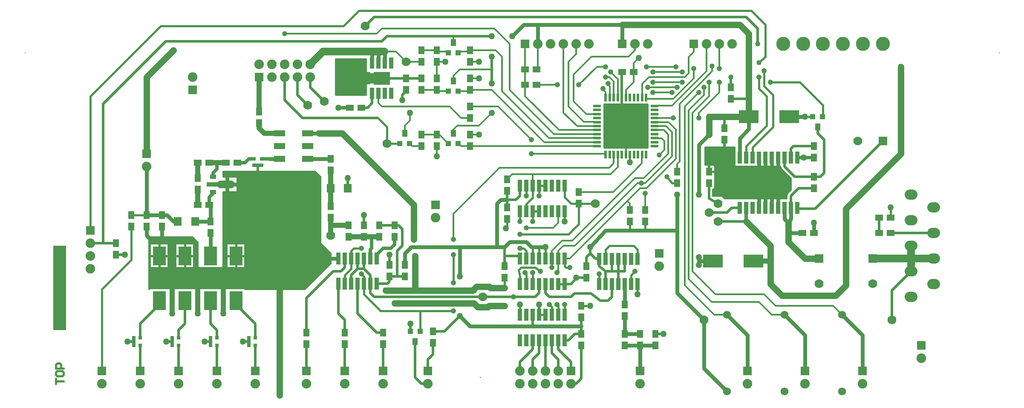
<source format=gtl>
%FSLAX24Y24*%
%MOIN*%
G70*
G01*
G75*
%ADD10C,0.0130*%
%ADD11R,0.0620X0.0200*%
%ADD12R,0.0200X0.0620*%
%ADD13R,0.1575X0.0984*%
%ADD14R,0.0500X0.0600*%
%ADD15R,0.0600X0.0700*%
%ADD16R,0.0320X0.0950*%
%ADD17R,0.0400X0.0400*%
%ADD18R,0.0400X0.0550*%
%ADD19R,0.0600X0.0500*%
%ADD20R,0.0320X0.0900*%
%ADD21R,0.1311X0.1047*%
%ADD22R,0.0300X0.0900*%
%ADD23R,0.0300X0.0300*%
%ADD24R,0.1000X0.1500*%
%ADD25R,0.0900X0.0300*%
%ADD26R,0.0900X0.0500*%
%ADD27R,0.1000X0.0340*%
%ADD28R,0.0500X0.0340*%
%ADD29C,0.0500*%
%ADD30C,0.0200*%
%ADD31C,0.0250*%
%ADD32C,0.0400*%
%ADD33C,0.0120*%
%ADD34C,0.0300*%
%ADD35C,0.0150*%
%ADD36C,0.0600*%
%ADD37C,0.0800*%
%ADD38C,0.0300*%
%ADD39R,0.1000X0.6600*%
%ADD40C,0.0620*%
%ADD41R,0.0700X0.0700*%
%ADD42C,0.0750*%
%ADD43C,0.0700*%
%ADD44O,0.1000X0.0800*%
%ADD45C,0.0100*%
%ADD46C,0.1100*%
%ADD47C,0.0500*%
%ADD48C,0.0400*%
%ADD49C,0.0420*%
%ADD50C,0.0600*%
%ADD51C,0.0800*%
D10*
X20985Y19000D02*
X21009Y18879D01*
X21077Y18777D01*
X20985Y19000D02*
X21009Y18879D01*
X21077Y18777D01*
X21577Y16923D02*
X21509Y16821D01*
X21485Y16700D01*
X21577Y16923D02*
X21509Y16821D01*
X21485Y16700D01*
X15715Y16766D02*
X15781Y16700D01*
X15715D02*
X16400D01*
X15715Y16865D02*
X15880Y16700D01*
X15715D02*
Y17000D01*
Y17185D01*
Y16964D02*
X15979Y16700D01*
X15715Y17063D02*
X16078Y16700D01*
X15715Y17162D02*
X16177Y16700D01*
X15791Y17185D02*
X16276Y16700D01*
X15865Y17210D02*
X16375Y16700D01*
X15715Y17051D02*
X15849Y17185D01*
X15715D02*
X15865D01*
X15750D02*
X15865Y17300D01*
X15750Y17185D02*
X15865Y17300D01*
Y17309D02*
X16674Y16500D01*
X15865Y17408D02*
X16773Y16500D01*
X15865Y17507D02*
X16872Y16500D01*
X15865Y17606D02*
X16971Y16500D01*
X15865Y17705D02*
X17070Y16500D01*
X15865Y17804D02*
X17169Y16500D01*
X15865Y17903D02*
X17268Y16500D01*
X15865Y18002D02*
X17367Y16500D01*
X15865Y18101D02*
X17466Y16500D01*
X15865Y18200D02*
X17565Y16500D01*
X15865Y18299D02*
X17664Y16500D01*
X15865Y17185D02*
Y18085D01*
Y17300D02*
X17565Y19000D01*
X15865Y17300D02*
X17565Y19000D01*
X15865Y17201D02*
X17664Y19000D01*
X15865Y18398D02*
X17763Y16500D01*
X15865Y18497D02*
X17862Y16500D01*
X15760Y16700D02*
X18060Y19000D01*
X15715Y16952D02*
X17763Y19000D01*
X15715Y16853D02*
X17862Y19000D01*
X15715Y16754D02*
X17961Y19000D01*
X15859Y16700D02*
X18159Y19000D01*
X15865Y18596D02*
X17961Y16500D01*
X15865Y18695D02*
X18060Y16500D01*
X15865Y18794D02*
X18159Y16500D01*
X15865Y18893D02*
X18258Y16500D01*
X15958Y16700D02*
X18258Y19000D01*
X15865Y18992D02*
X18357Y16500D01*
X16057Y16700D02*
X18357Y19000D01*
X15100Y19955D02*
X18555Y16500D01*
X15100Y20054D02*
X18654Y16500D01*
X15100Y20153D02*
X18753Y16500D01*
X15100Y20252D02*
X18852Y16500D01*
X15100Y20351D02*
X18951Y16500D01*
X15100Y20450D02*
X19050Y16500D01*
X15149Y20500D02*
X19149Y16500D01*
X15248Y20500D02*
X19248Y16500D01*
X15347Y20500D02*
X19347Y16500D01*
X15446Y20500D02*
X19446Y16500D01*
X15545Y20500D02*
X19545Y16500D01*
X15865Y19091D02*
X18456Y16500D01*
X15644Y20500D02*
X19644Y16500D01*
X15743Y20500D02*
X19743Y16500D01*
X15842Y20500D02*
X19842Y16500D01*
X15100Y19163D02*
X15148Y19115D01*
X15100D02*
X15865D01*
X15100Y19262D02*
X15247Y19115D01*
X15100Y19361D02*
X15346Y19115D01*
X15100Y19460D02*
X15445Y19115D01*
X15100Y19559D02*
X15544Y19115D01*
X15100Y19658D02*
X15643Y19115D01*
X15865Y18085D02*
Y18215D01*
X15865Y18085D02*
Y19115D01*
X15100Y19757D02*
X15742Y19115D01*
X15865Y18992D01*
X15100Y19856D02*
X15841Y19115D01*
X15100D02*
Y20500D01*
Y20000D02*
X15600Y20500D01*
X15100Y19901D02*
X15699Y20500D01*
X15100Y20395D02*
X15205Y20500D01*
X15100Y20296D02*
X15303Y20500D01*
X15100Y20198D02*
X15402Y20500D01*
X15100Y20099D02*
X15501Y20500D01*
X15100Y19406D02*
X16194Y20500D01*
X15100Y19307D02*
X16293Y20500D01*
X15100Y19208D02*
X16392Y20500D01*
X15106Y19115D02*
X16491Y20500D01*
X15100Y19802D02*
X15798Y20500D01*
X15100Y19703D02*
X15897Y20500D01*
X15100Y19604D02*
X15996Y20500D01*
X15100Y19505D02*
X16095Y20500D01*
X15865Y17498D02*
X17400Y19033D01*
X15865Y17399D02*
X17466Y19000D01*
X15865Y17597D02*
X17400Y19132D01*
X15865Y17696D02*
X17400Y19231D01*
X15865Y17795D02*
X17400Y19330D01*
X15865Y17894D02*
X17400Y19429D01*
X15865Y17993D02*
X17400Y19528D01*
X15865Y18092D02*
X17400Y19627D01*
X15865Y18191D02*
X17400Y19726D01*
X15865Y18290D02*
X17400Y19825D01*
X15865Y18389D02*
X17400Y19924D01*
X15865Y18488D02*
X17400Y20023D01*
X15865Y18587D02*
X17400Y20122D01*
X15865Y18686D02*
X17400Y20221D01*
X15205Y19115D02*
X16590Y20500D01*
X15304Y19115D02*
X16689Y20500D01*
X15403Y19115D02*
X16788Y20500D01*
X15502Y19115D02*
X16887Y20500D01*
X15601Y19115D02*
X16986Y20500D01*
X15700Y19115D02*
X17085Y20500D01*
X15100D02*
X17400D01*
X15865Y18785D02*
X17400Y20320D01*
X15865Y18884D02*
X17400Y20419D01*
X15865Y18983D02*
X17382Y20500D01*
X15941D02*
X17400Y19041D01*
X15799Y19115D02*
X17184Y20500D01*
X15865Y19082D02*
X17283Y20500D01*
X16040D02*
X17400Y19140D01*
X16139Y20500D02*
X17400Y19239D01*
X16400Y16700D02*
X16600Y16500D01*
X16649D02*
X19149Y19000D01*
X16748Y16500D02*
X19248Y19000D01*
X16847Y16500D02*
X19347Y19000D01*
X16946Y16500D02*
X19446Y19000D01*
X17045Y16500D02*
X19545Y19000D01*
X17144Y16500D02*
X19644Y19000D01*
X17243Y16500D02*
X19743Y19000D01*
X17342Y16500D02*
X19842Y19000D01*
X17441D02*
X19941Y16500D01*
X17441D02*
X19941Y19000D01*
X17540D02*
X20040Y16500D01*
X17540D02*
X20040Y19000D01*
X17639D02*
X20139Y16500D01*
X17639D02*
X20139Y19000D01*
X17738D02*
X20238Y16500D01*
X17738D02*
X20238Y19000D01*
X17837D02*
X20337Y16500D01*
X17837D02*
X20337Y19000D01*
X17936D02*
X20436Y16500D01*
X17936D02*
X20436Y19000D01*
X18035D02*
X20535Y16500D01*
X18035D02*
X20535Y19000D01*
X18134D02*
X20634Y16500D01*
X18134D02*
X20634Y19000D01*
X18233D02*
X20733Y16500D01*
X18233D02*
X20733Y19000D01*
X18332D02*
X20832Y16500D01*
X18332D02*
X20832Y19000D01*
X19322Y16500D02*
X21338Y18516D01*
X16600Y16500D02*
X21485D01*
X19421D02*
X21388Y18467D01*
X19619Y16500D02*
X21487Y18368D01*
X19520Y16500D02*
X21437Y18417D01*
X19817Y16500D02*
X21586Y18269D01*
X19718Y16500D02*
X21536Y18318D01*
X19916Y16500D02*
X21635Y18219D01*
X20114Y16500D02*
X21734Y18120D01*
X20015Y16500D02*
X21685Y18170D01*
X20312Y16500D02*
X21800Y17988D01*
X20213Y16500D02*
X21784Y18071D01*
X20510Y16500D02*
X21800Y17790D01*
X20411Y16500D02*
X21800Y17889D01*
X18431Y19000D02*
X20931Y16500D01*
X18530D02*
X20988Y18958D01*
X18431Y16500D02*
X20931Y19000D01*
X18629Y16500D02*
X21009Y18880D01*
X18530Y19000D02*
X21030Y16500D01*
X18728D02*
X21044Y18816D01*
X18629Y19000D02*
X21129Y16500D01*
X18926D02*
X21140Y18714D01*
X18827Y16500D02*
X21091Y18764D01*
X18728Y19000D02*
X21228Y16500D01*
X18827Y19000D02*
X21327Y16500D01*
X19124D02*
X21239Y18615D01*
X19025Y16500D02*
X21190Y18665D01*
X19223Y16500D02*
X21289Y18566D01*
X18926Y19000D02*
X21426Y16500D01*
X16476Y16624D02*
X18852Y19000D01*
X16526Y16574D02*
X18951Y19000D01*
X16575Y16525D02*
X19050Y19000D01*
X16156Y16700D02*
X18456Y19000D01*
X16255Y16700D02*
X18555Y19000D01*
X16354Y16700D02*
X18654Y19000D01*
X16427Y16673D02*
X18753Y19000D01*
X21302Y16500D02*
X21485Y16683D01*
X21401Y16500D02*
X21485Y16584D01*
Y16500D02*
Y16700D01*
X20905Y19000D02*
X20999Y18906D01*
X17400Y19000D02*
X20985D01*
X16238Y20500D02*
X17400Y19338D01*
X16337Y20500D02*
X17400Y19437D01*
X16436Y20500D02*
X17400Y19536D01*
X16535Y20500D02*
X17400Y19635D01*
X16634Y20500D02*
X17400Y19734D01*
X16733Y20500D02*
X17400Y19833D01*
X16832Y20500D02*
X17400Y19932D01*
Y19000D02*
Y20500D01*
X16931D02*
X17400Y20031D01*
X19025Y19000D02*
X21485Y16540D01*
X19124Y19000D02*
X21485Y16639D01*
X17030Y20500D02*
X17400Y20130D01*
X17129Y20500D02*
X17400Y20229D01*
X17228Y20500D02*
X17400Y20328D01*
X17327Y20500D02*
X17400Y20427D01*
X20609Y16500D02*
X21800Y17691D01*
X20807Y16500D02*
X21800Y17493D01*
X20708Y16500D02*
X21800Y17592D01*
X19223Y19000D02*
X21487Y16736D01*
X19322Y19000D02*
X21507Y16815D01*
X21005Y16500D02*
X21800Y17295D01*
X20906Y16500D02*
X21800Y17394D01*
X21203Y16500D02*
X21500Y16797D01*
X21104Y16500D02*
X21800Y17196D01*
X21577Y16923D02*
X21800Y17145D01*
X21800Y18055D01*
X21077Y18777D02*
X21800Y18055D01*
X19421Y19000D02*
X21541Y16879D01*
X19520Y19000D02*
X21587Y16933D01*
X19619Y19000D02*
X21637Y16982D01*
X19718Y19000D02*
X21686Y17032D01*
X19817Y19000D02*
X21736Y17081D01*
X19916Y19000D02*
X21785Y17131D01*
X20015Y19000D02*
X21800Y17215D01*
X20114Y19000D02*
X21800Y17314D01*
X20213Y19000D02*
X21800Y17413D01*
X20312Y19000D02*
X21800Y17512D01*
X20410Y19000D02*
X21800Y17610D01*
X20509Y19000D02*
X21800Y17709D01*
X20608Y19000D02*
X21800Y17808D01*
X20707Y19000D02*
X21800Y17907D01*
X20806Y19000D02*
X21800Y18006D01*
D11*
X6656Y20896D02*
D03*
X11144Y21211D02*
D03*
X6656Y21841D02*
D03*
X11144Y23731D02*
D03*
Y22471D02*
D03*
Y21841D02*
D03*
Y22156D02*
D03*
Y20581D02*
D03*
X6656Y23731D02*
D03*
Y23416D02*
D03*
Y22156D02*
D03*
Y22471D02*
D03*
Y23101D02*
D03*
Y22786D02*
D03*
X11144Y21526D02*
D03*
Y20896D02*
D03*
Y23416D02*
D03*
Y23101D02*
D03*
Y22786D02*
D03*
X6656Y21211D02*
D03*
X6656Y20581D02*
D03*
X6656Y21526D02*
D03*
D12*
X9845Y19912D02*
D03*
X9530D02*
D03*
X7325Y24400D02*
D03*
X8270Y19912D02*
D03*
X10475Y24400D02*
D03*
X7640D02*
D03*
X10475Y19912D02*
D03*
X8900Y19912D02*
D03*
X8585Y24400D02*
D03*
X9215Y19912D02*
D03*
X8900Y24400D02*
D03*
X10160Y19912D02*
D03*
X9530Y24400D02*
D03*
X9215D02*
D03*
X8585Y19912D02*
D03*
X9845Y24400D02*
D03*
X7955D02*
D03*
X8270Y24400D02*
D03*
X7325Y19912D02*
D03*
X7955D02*
D03*
X10160Y24400D02*
D03*
X7640Y19912D02*
D03*
D13*
X21675Y22900D02*
D03*
X18525D02*
D03*
X18875Y11600D02*
D03*
X15725D02*
D03*
D14*
X16600Y22000D02*
D03*
Y21100D02*
D03*
X-27400Y15200D02*
D03*
X-28600D02*
D03*
X15400Y17700D02*
D03*
X23600Y17300D02*
D03*
X15400Y18600D02*
D03*
X5400Y5000D02*
D03*
X5200Y17000D02*
D03*
X-8400Y10400D02*
D03*
X-5900Y21500D02*
D03*
X-7100D02*
D03*
Y20600D02*
D03*
X-5900Y28100D02*
D03*
X-7100D02*
D03*
X-5900Y25000D02*
D03*
X-7100D02*
D03*
X-11600Y13500D02*
D03*
X-12800D02*
D03*
X-10400D02*
D03*
X-12800Y14400D02*
D03*
X-14200Y15000D02*
D03*
X-3300Y25900D02*
D03*
Y27200D02*
D03*
X-5900Y25900D02*
D03*
Y27200D02*
D03*
Y20600D02*
D03*
X-11600Y14400D02*
D03*
X11200Y5900D02*
D03*
X-31000Y12100D02*
D03*
X-600Y10300D02*
D03*
X-400Y14900D02*
D03*
X5400Y8100D02*
D03*
X23600Y19700D02*
D03*
X-7100Y25900D02*
D03*
X5400Y5900D02*
D03*
X9200Y14700D02*
D03*
X10400D02*
D03*
X-8400Y11300D02*
D03*
X-31000Y13000D02*
D03*
X-600Y11200D02*
D03*
X-400Y15800D02*
D03*
X5400Y7200D02*
D03*
X-7100Y27200D02*
D03*
X5200Y16100D02*
D03*
X10400Y15600D02*
D03*
X-3300Y23700D02*
D03*
Y28100D02*
D03*
X9200Y15600D02*
D03*
X-3300Y22800D02*
D03*
X12900Y17700D02*
D03*
X-3300Y25000D02*
D03*
X12900Y18600D02*
D03*
X-14200Y15900D02*
D03*
Y18700D02*
D03*
X-13100Y6000D02*
D03*
X-16100Y5100D02*
D03*
Y6000D02*
D03*
X-13100Y5100D02*
D03*
X-10100D02*
D03*
Y6000D02*
D03*
X11200Y5000D02*
D03*
X8800D02*
D03*
X10000D02*
D03*
X8800Y5900D02*
D03*
Y7300D02*
D03*
X10000Y5900D02*
D03*
X8800Y8200D02*
D03*
X-10400Y14400D02*
D03*
X-14200Y19600D02*
D03*
X-28600Y14300D02*
D03*
X-27400D02*
D03*
X-19800Y22400D02*
D03*
Y23300D02*
D03*
X-9600Y10400D02*
D03*
Y11300D02*
D03*
X5800Y11200D02*
D03*
Y10300D02*
D03*
X23600Y20600D02*
D03*
Y18200D02*
D03*
X-23600Y14700D02*
D03*
Y13800D02*
D03*
X-24600Y18100D02*
D03*
Y17200D02*
D03*
X-29800Y15200D02*
D03*
Y14300D02*
D03*
X-6175Y6100D02*
D03*
Y5200D02*
D03*
X-9200Y13500D02*
D03*
X-9200Y14400D02*
D03*
X-3300Y21500D02*
D03*
Y20600D02*
D03*
X-8300Y25000D02*
D03*
Y25900D02*
D03*
X-400Y17100D02*
D03*
Y18000D02*
D03*
X17100Y25200D02*
D03*
Y24300D02*
D03*
D15*
X-26150Y14700D02*
D03*
X-24800D02*
D03*
X-12850Y17300D02*
D03*
X-14200D02*
D03*
D16*
X18300Y15763D02*
D03*
X-10600Y9832D02*
D03*
X1100Y15500D02*
D03*
X1600Y17500D02*
D03*
X-11100Y11800D02*
D03*
X-13600D02*
D03*
X600Y7400D02*
D03*
X2100Y7400D02*
D03*
X2600Y7400D02*
D03*
X4100Y15500D02*
D03*
Y9800D02*
D03*
X3600D02*
D03*
X9800D02*
D03*
X1600Y7400D02*
D03*
X4100Y5400D02*
D03*
X600Y17500D02*
D03*
Y11800D02*
D03*
X1600Y11800D02*
D03*
X2100D02*
D03*
X2600D02*
D03*
X8300Y9800D02*
D03*
X7300D02*
D03*
X6800Y11768D02*
D03*
X7800D02*
D03*
X8300D02*
D03*
X8800D02*
D03*
X4100Y17500D02*
D03*
X1100Y11800D02*
D03*
X2100Y17500D02*
D03*
X2600D02*
D03*
X600Y9800D02*
D03*
X3600Y15500D02*
D03*
X1100Y17500D02*
D03*
X1100Y9800D02*
D03*
X2100Y15500D02*
D03*
X1600D02*
D03*
Y9800D02*
D03*
X3600Y7400D02*
D03*
X3600Y11800D02*
D03*
X4100Y7400D02*
D03*
X3100Y11800D02*
D03*
X-12100Y11800D02*
D03*
X-11600Y11800D02*
D03*
X-11100Y9832D02*
D03*
X-12600D02*
D03*
X600Y15500D02*
D03*
X2100Y9800D02*
D03*
X3100Y7400D02*
D03*
X4100Y11800D02*
D03*
X-10600D02*
D03*
X-13600Y9832D02*
D03*
X-13100Y11800D02*
D03*
X-12100Y9832D02*
D03*
X2600Y5400D02*
D03*
X3100Y5400D02*
D03*
X1600Y5400D02*
D03*
X2100Y5400D02*
D03*
X2600Y9800D02*
D03*
X7800D02*
D03*
X9300D02*
D03*
X6800D02*
D03*
X9800Y11768D02*
D03*
X7300D02*
D03*
X3600Y5400D02*
D03*
X8800Y9800D02*
D03*
X-13100Y9832D02*
D03*
X-12600Y11800D02*
D03*
X-11600Y9832D02*
D03*
X600Y5400D02*
D03*
X1100Y7400D02*
D03*
Y5400D02*
D03*
X2600Y15500D02*
D03*
X3100Y17500D02*
D03*
Y15500D02*
D03*
X3600Y17500D02*
D03*
X3100Y9800D02*
D03*
X9300Y11768D02*
D03*
X22300Y15763D02*
D03*
X18300Y19700D02*
D03*
X17800D02*
D03*
X22300D02*
D03*
X19300Y15763D02*
D03*
X19800Y15763D02*
D03*
X20300D02*
D03*
X20800D02*
D03*
X20800Y19700D02*
D03*
X20300Y19700D02*
D03*
X19800D02*
D03*
X19300Y19700D02*
D03*
X21300Y15763D02*
D03*
X21800Y15763D02*
D03*
X18800Y15763D02*
D03*
X21800Y19700D02*
D03*
X17800Y15763D02*
D03*
X21300Y19700D02*
D03*
X18800D02*
D03*
D17*
X24275Y22900D02*
D03*
X-8025Y20800D02*
D03*
X-4975D02*
D03*
Y27900D02*
D03*
X-4225D02*
D03*
X-8775Y20800D02*
D03*
X-4225D02*
D03*
X-7200Y6100D02*
D03*
X-7950D02*
D03*
X-4225Y24900D02*
D03*
X-4975D02*
D03*
X23525Y22900D02*
D03*
D18*
X-7580Y5300D02*
D03*
X-8395Y21600D02*
D03*
X-4595Y28700D02*
D03*
Y21600D02*
D03*
Y25700D02*
D03*
X23895Y22100D02*
D03*
D19*
X22700Y13800D02*
D03*
X-12700Y23600D02*
D03*
X9500Y26400D02*
D03*
X23600Y13800D02*
D03*
X1900Y26600D02*
D03*
X8600Y26400D02*
D03*
X-11800Y23600D02*
D03*
X1000Y26600D02*
D03*
X-22400Y19300D02*
D03*
X-21500D02*
D03*
X-23700Y19300D02*
D03*
X-24600D02*
D03*
Y16000D02*
D03*
X-23700D02*
D03*
X1000Y25400D02*
D03*
X1900D02*
D03*
X28700Y13800D02*
D03*
X29600D02*
D03*
X29600Y15000D02*
D03*
X28700Y15000D02*
D03*
D20*
X-9450Y27081D02*
D03*
X-10950Y27081D02*
D03*
X-10450Y27081D02*
D03*
X-9950Y27081D02*
D03*
X-10950Y24719D02*
D03*
X-10450Y24719D02*
D03*
X-9950D02*
D03*
X-9450Y24719D02*
D03*
D21*
X-10200Y25900D02*
D03*
D22*
X-23600Y5300D02*
D03*
X-26600D02*
D03*
X-29600Y5300D02*
D03*
X-20600Y5300D02*
D03*
D23*
X-23100Y5000D02*
D03*
X-26100Y5600D02*
D03*
Y5000D02*
D03*
X-29100Y5000D02*
D03*
Y5600D02*
D03*
X-23100Y5600D02*
D03*
X-20100Y5000D02*
D03*
Y5600D02*
D03*
X-19600Y19600D02*
D03*
X-20200D02*
D03*
D24*
X-25600Y8500D02*
D03*
X-27600D02*
D03*
Y12000D02*
D03*
X-25600D02*
D03*
X-23600Y12000D02*
D03*
X-21600Y12000D02*
D03*
X-23600Y8500D02*
D03*
X-21600D02*
D03*
D25*
X-19900Y19100D02*
D03*
D26*
X-18200Y19600D02*
D03*
X-16000Y19600D02*
D03*
X-18200Y21600D02*
D03*
X-16000D02*
D03*
X-18200Y20600D02*
D03*
X-16000Y20600D02*
D03*
D27*
X-23400Y17600D02*
D03*
D28*
Y17000D02*
D03*
X-23400Y18200D02*
D03*
D29*
X30400Y26000D02*
Y26800D01*
Y25200D02*
Y26000D01*
Y20000D02*
Y25200D01*
X20200Y11600D02*
Y12800D01*
Y9800D02*
Y11600D01*
X18500Y24300D02*
Y29400D01*
X-28600Y26000D02*
X-27588Y26998D01*
X-26995Y27595D02*
X-26497Y28097D01*
X-27494Y27094D02*
X-26995Y27595D01*
X-26998Y27598D02*
X-26500Y28100D01*
X-27497Y27097D02*
X-26998Y27598D01*
X-28600Y20000D02*
Y26000D01*
X15400Y22900D02*
X18500D01*
X15400Y21500D02*
Y22900D01*
X-7600Y10200D02*
Y11100D01*
Y12000D01*
Y9300D02*
Y10200D01*
X21600Y13800D02*
Y14600D01*
Y13100D02*
Y13800D01*
X22900Y11800D02*
X23900D01*
X21600Y13100D02*
X22900Y11800D01*
X23900D02*
X24000D01*
X26100Y9700D02*
Y15700D01*
X30400Y20000D01*
X-1800Y8100D02*
X-600D01*
X-1900Y8000D02*
X-1800Y8100D01*
X-2700Y8000D02*
X-1900D01*
X-3000Y8300D02*
X-2700Y8000D01*
X-9200Y8300D02*
X-3000D01*
X-1700Y9500D02*
X-600D01*
X-1800Y9600D02*
X-1700Y9500D01*
X-2800Y9600D02*
X-1800D01*
X-3100Y9300D02*
X-2800Y9600D01*
X-7100Y9300D02*
X-3100D01*
X-7600D02*
X-7100D01*
X-9900D02*
X-7600D01*
X17800Y30100D02*
X18500Y29400D01*
Y22900D02*
Y23200D01*
X18800Y14200D02*
X20200Y12800D01*
X25300Y8900D02*
X26100Y9700D01*
X21100Y8900D02*
X25300D01*
X18293Y14693D02*
X18800Y14200D01*
X-18200Y1100D02*
Y9700D01*
X-7700Y14100D02*
Y16000D01*
Y13300D02*
Y14100D01*
X-15100Y21600D02*
X-13300D01*
X-8000Y16300D02*
X-7700Y16000D01*
X-13300Y21600D02*
X-8000Y16300D01*
X8600Y30100D02*
X17800D01*
X20200Y9800D02*
X21100Y8900D01*
X18500Y23200D02*
Y24300D01*
D30*
X18293Y14693D02*
X18300Y14700D01*
X-10200Y28800D02*
X-9800Y29200D01*
X-22800Y28800D02*
X-10200D01*
X-27100D02*
X-25996Y28796D01*
X-33000Y13000D02*
X-32400Y13000D01*
X-32000D02*
Y23900D01*
X-25996Y28796D02*
X-22800Y28800D01*
X-10800Y30700D02*
X-5300D01*
X16600Y22000D02*
Y22900D01*
X19200Y28600D02*
Y29800D01*
X18300Y30700D02*
X19200Y29800D01*
X-15800Y25200D02*
X-14700Y24100D01*
X-15800Y25200D02*
Y26000D01*
X-16800Y24600D02*
X-16000Y23800D01*
X-16800Y24600D02*
Y26000D01*
X-16400Y22800D02*
X-10500D01*
X16600Y20336D02*
X16633Y20302D01*
X16600Y20336D02*
Y21100D01*
X-10800Y30700D02*
X-5300D01*
X-11500Y30000D02*
X-10800Y30700D01*
X18300D01*
X21200Y28600D02*
X21200D01*
X29700Y9300D02*
X31200Y10800D01*
X29700Y7000D02*
Y9300D01*
X100Y8800D02*
X1800D01*
X-19900Y18400D02*
Y19100D01*
X8585Y23415D02*
Y26385D01*
X-10100Y6000D02*
X-10100Y6000D01*
X-10600D02*
X-10100D01*
X-12100Y7500D02*
X-10600Y6000D01*
X-12100Y7500D02*
Y9832D01*
X-13100Y6000D02*
X-13100Y6000D01*
Y7000D01*
X-13600Y7500D02*
X-13100Y7000D01*
X-13600Y7500D02*
Y9832D01*
X-16100Y6000D02*
X-16100Y6000D01*
Y8700D01*
X-14000Y10800D01*
X5400Y2400D02*
Y5000D01*
X5000Y2000D02*
X5400Y2400D01*
X4600Y2000D02*
X5000D01*
X600Y3000D02*
X600Y3000D01*
Y3700D01*
X1600Y4700D01*
Y5400D01*
X1600Y3000D02*
X1600Y3000D01*
Y3900D01*
X2100Y4400D01*
Y5400D01*
X2600Y3000D02*
Y5400D01*
X3600Y3000D02*
X3600Y3000D01*
Y3900D01*
X3100Y4400D02*
X3600Y3900D01*
X3100Y4400D02*
Y5400D01*
X4600Y3000D02*
Y3700D01*
X3600Y4700D02*
X4600Y3700D01*
X3600Y4700D02*
Y5400D01*
X2600Y9800D02*
X2600Y9800D01*
X2600Y9100D02*
Y9800D01*
Y9100D02*
X2900Y8800D01*
X4600D01*
X4890Y9050D01*
X6190D01*
X6900Y8500D01*
X7500D01*
X7800Y8800D01*
Y9800D01*
X4100D02*
X4600D01*
X8300Y10800D02*
X8800D01*
Y11768D01*
X8300Y10800D02*
Y11768D01*
X7300Y9800D02*
Y10800D01*
X8300Y9800D02*
Y10800D01*
X15400Y16500D02*
X16100Y16100D01*
X15400Y16500D02*
Y17000D01*
X15400Y17700D02*
X15400Y17000D01*
Y18600D02*
Y19400D01*
X-8600Y24200D02*
Y24600D01*
X-8300Y24900D01*
Y25000D01*
X22300Y15700D02*
X23700D01*
X22300D02*
Y15763D01*
X-8400Y21605D02*
X-8395Y21600D01*
X-10200Y25900D02*
X-7100D01*
X-11800Y23600D02*
X-11300D01*
X-10950Y23950D01*
Y24719D01*
X29600Y13800D02*
X32975D01*
X28700D02*
Y15000D01*
X21300Y19000D02*
X21300Y19700D01*
X21300Y19000D02*
X22100Y18200D01*
X22400Y17300D02*
X23600D01*
X21800Y19700D02*
Y20400D01*
X22000Y20600D01*
X23600D01*
X24100Y18200D02*
X24400Y18500D01*
Y21100D01*
X23900Y21600D02*
X24400Y21100D01*
X23895Y22100D02*
X23900Y21600D01*
X22100Y18200D02*
X24100D01*
X21800Y15700D02*
Y16700D01*
X22400Y17300D01*
X15400Y15400D02*
X16800D01*
X17163Y15763D01*
X17800D01*
X16000Y16200D02*
X16100Y16100D01*
X-17800Y24200D02*
Y26000D01*
Y24200D02*
X-16400Y22800D01*
X-10400Y14400D02*
X-9200D01*
X2100Y7400D02*
Y8200D01*
X-10600Y9832D02*
X-9768D01*
X-9600Y10000D01*
Y10400D01*
X4100Y5400D02*
X4400D01*
X4900Y5900D01*
X5400D01*
X-9600Y11300D02*
Y12100D01*
X1800Y8800D02*
X2100Y9100D01*
Y9800D01*
X300Y16400D02*
X600Y16700D01*
Y17500D01*
X-2300Y8800D02*
X100D01*
X1600Y6500D02*
Y7400D01*
X-12600Y9800D02*
Y10500D01*
X-12100Y11000D01*
Y11800D01*
X-11600Y11000D02*
X-11100Y10500D01*
X-11600Y11000D02*
Y11800D01*
X-12100Y11000D02*
X-11600D01*
X-14000Y10800D02*
X-13400D01*
X-13100Y11100D01*
Y11800D01*
X-9000Y12400D02*
X-8600Y12800D01*
Y14100D01*
X-8900Y14400D02*
X-8600Y14100D01*
X-9200Y14400D02*
X-8900D01*
X-9000Y10400D02*
Y12400D01*
X-9600Y10400D02*
X-8400D01*
X-11600Y14400D02*
Y15200D01*
X-10100Y2900D02*
Y5000D01*
X-10200Y5100D02*
X-10100Y5000D01*
X-10200Y5100D02*
X-10100D01*
X-13100Y3000D02*
Y5100D01*
X-16100Y3000D02*
Y5100D01*
X-20100Y3000D02*
Y5000D01*
X-23100Y3000D02*
Y5000D01*
X-26100Y3000D02*
Y5000D01*
X-29100Y3000D02*
Y5000D01*
X-27600Y8200D02*
Y8500D01*
X-26100Y5600D02*
Y6200D01*
X-25600Y6700D01*
Y8400D01*
X-23100Y5600D02*
Y6200D01*
X-23600Y6700D02*
X-23100Y6200D01*
X-23600Y6700D02*
Y8400D01*
X-20100Y5600D02*
Y6700D01*
X-21600Y8200D02*
X-20100Y6700D01*
X-21600Y8200D02*
Y8500D01*
X16107Y14693D02*
X18293D01*
X-30100Y5300D02*
X-29600D01*
X-30100Y5300D02*
X-30100Y5300D01*
X-27050Y5300D02*
X-26600D01*
X-27050Y5300D02*
X-27050Y5300D01*
X-24050D02*
X-23600D01*
X-24050Y5300D02*
X-24050Y5300D01*
X-21050D02*
X-20600D01*
X-21050Y5300D02*
X-21050Y5300D01*
X11200Y5900D02*
X11850D01*
X-6575Y3000D02*
Y3900D01*
X-6175Y4300D01*
Y5200D01*
X-7580Y2505D02*
Y5300D01*
Y2505D02*
X-7075Y2000D01*
X-6575D01*
X-6575Y2000D01*
X-7950Y6100D02*
Y6675D01*
X-11100Y9100D02*
Y10500D01*
Y9100D02*
X-10800Y8800D01*
X-2300D01*
X6800Y11200D02*
Y11768D01*
X23700Y15700D02*
X26200Y18200D01*
X29000Y21000D01*
X17100Y25200D02*
Y26000D01*
X-12850Y17300D02*
Y18100D01*
X6100Y12200D02*
Y12700D01*
X5800Y11900D02*
X6100Y12200D01*
X5800Y11200D02*
Y11900D01*
X7800Y10800D02*
Y11768D01*
X7300Y10800D02*
X8300D01*
X6100Y12200D02*
X6500Y11800D01*
X6800D01*
Y11200D02*
X7300Y10800D01*
X4600Y9800D02*
X5020Y10220D01*
Y10300D01*
X5800D01*
X-5300Y6100D02*
X-4100Y7300D01*
X-600Y12000D02*
X600D01*
X-400Y16400D02*
X300D01*
X-6175Y6100D02*
X-5300D01*
X-600Y11500D02*
Y12700D01*
X5400Y5900D02*
Y7200D01*
X-400Y15800D02*
Y17100D01*
X-32400Y13000D02*
X-32000D01*
X-29100Y5600D02*
Y6700D01*
X-27600Y8200D01*
X-31000Y12100D02*
X-30300D01*
X-32000Y13000D02*
X-31000D01*
X17100Y24300D02*
X18500D01*
X-32000Y23900D02*
X-27100Y28800D01*
X-9800Y29200D02*
X-1600D01*
Y25500D02*
Y27600D01*
D31*
X18300Y14700D02*
Y15763D01*
Y14693D02*
Y14700D01*
X-13600Y23600D02*
X-12700D01*
X22300Y19700D02*
X23600D01*
X-11100Y11800D02*
Y12500D01*
X-11000Y12600D01*
Y13500D01*
X-10600Y11800D02*
Y12100D01*
X-10100Y12600D01*
X-9500D01*
X-9200Y12900D01*
Y13500D01*
X-19600Y19600D02*
X-19000D01*
X-20600D02*
X-20200D01*
X-20900Y19300D02*
X-20600Y19600D01*
X-21500Y19300D02*
X-20900D01*
X-21500Y19300D02*
X-21500Y19300D01*
X-23400Y18200D02*
Y18500D01*
X-23100Y18800D01*
Y19300D01*
X-23400Y16900D02*
Y17000D01*
X-23700Y16600D02*
X-23400Y16900D01*
X-23700Y16000D02*
Y16600D01*
D32*
X18875Y11600D02*
X20200D01*
X-19400Y21600D02*
X-18200D01*
X-19800Y22000D02*
X-19400Y21600D01*
X-19800Y22000D02*
Y22400D01*
Y23300D02*
Y26000D01*
X-14200Y15900D02*
Y18700D01*
Y14400D02*
X-12800D01*
X-14200Y13600D02*
Y15000D01*
X-12800Y13500D02*
X-10400D01*
X-23700Y19300D02*
X-23700Y19300D01*
X-24600Y18100D02*
Y19300D01*
Y16000D02*
Y17200D01*
X-23700Y19300D02*
X-22400D01*
X-23700Y16000D02*
X-23600Y15900D01*
X-26600Y7500D02*
Y9800D01*
X-24600Y7500D02*
Y9800D01*
X-22600Y7500D02*
Y9800D01*
D33*
X15800Y7400D02*
X16800D01*
X19700Y9000D02*
X20600Y8100D01*
X25100D01*
X15600Y8400D02*
X19300D01*
X1600Y18400D02*
X7700D01*
X8270Y18970D01*
Y19912D01*
X7950Y19250D02*
Y19907D01*
X7600Y18900D02*
X7950Y19250D01*
X-1000Y18900D02*
X7600D01*
X7950Y19907D02*
X7955Y19912D01*
X1100Y14200D02*
X3200D01*
X3600Y14600D01*
Y15500D01*
X15650Y26450D02*
Y26850D01*
X-17400Y29400D02*
X-10600D01*
X-17800D02*
X-17400D01*
X-10600D02*
X-10200Y29800D01*
X-4100Y26600D02*
X-1600D01*
X-4595Y28800D02*
Y28905D01*
X-4200Y28000D02*
X-3400D01*
X-4975Y27900D02*
X-4900Y28000D01*
X15000Y25800D02*
X15650Y26450D01*
X13100Y23900D02*
X15000Y25800D01*
X15200Y26450D02*
X15200Y27950D01*
X14200Y25900D02*
Y26650D01*
X12600Y24300D02*
X14200Y25900D01*
X12500Y23750D02*
X15200Y26450D01*
X13100Y19400D02*
Y23900D01*
X11350Y23750D02*
X12500D01*
X13800Y23400D02*
X15000Y24600D01*
X13800Y10200D02*
Y23400D01*
X13500Y23700D02*
X14600Y24800D01*
X13500Y9705D02*
Y23700D01*
X14100Y23200D02*
X15400Y24500D01*
X14100Y10800D02*
Y23200D01*
X12229Y22471D02*
X12800Y21900D01*
X11144Y22471D02*
X12229D01*
X12800Y19600D02*
Y21900D01*
X12900Y19200D02*
X13100Y19400D01*
X12900Y18600D02*
Y19200D01*
X9000Y16300D02*
X10000Y17300D01*
X4500Y11800D02*
X9000Y16300D01*
X9200Y16100D01*
Y15600D02*
Y15700D01*
X9800Y17700D02*
X10400D01*
X3600Y10800D02*
Y12400D01*
X10400Y15600D02*
Y15800D01*
Y16500D01*
Y16900D01*
X4900Y12800D02*
X9800Y17700D01*
X10400D02*
X12500Y19800D01*
X11500Y19900D02*
X11900Y20300D01*
Y21000D01*
X16200Y26650D02*
Y27900D01*
X15200Y27950D02*
Y28600D01*
X14200Y27950D02*
Y28600D01*
X13800Y27550D02*
X14200Y27950D01*
X-10200Y29800D02*
X-1400D01*
X-14600Y12600D02*
X-14200Y12200D01*
Y11400D02*
Y12200D01*
X-14400Y11200D02*
Y12400D01*
X-14300Y11300D02*
Y12300D01*
X-14600Y11000D02*
Y12600D01*
X-14500Y11100D02*
Y12500D01*
X-14700Y10900D02*
Y12700D01*
X-15000Y13000D02*
X-14600Y12600D01*
X-20890Y12800D02*
X-14800D01*
X-20890Y12900D02*
X-14900D01*
X-14800Y10800D02*
Y12800D01*
X-20890Y12000D02*
X-14200D01*
X-14900Y10700D02*
Y12900D01*
X-20890Y11900D02*
X-14200D01*
X-20890Y11800D02*
X-14200D01*
X-20890Y11700D02*
X-14200D01*
X-20890Y11600D02*
X-14200D01*
X-20890Y11500D02*
X-14200D01*
X-20890Y11400D02*
X-14200D01*
X-20890Y11300D02*
X-14300D01*
X-20890Y11200D02*
X-14400D01*
X-20890Y11100D02*
X-14500D01*
X-20900Y11000D02*
X-14600D01*
X-20900Y10900D02*
X-14700D01*
X-20900Y10800D02*
X-14800D01*
X-20900Y10700D02*
X-14900D01*
X-15400Y18600D02*
X-15000Y18200D01*
Y13000D02*
Y18200D01*
X-15200Y10400D02*
Y18400D01*
X-15100Y10500D02*
Y18300D01*
X-15400Y10200D02*
Y18600D01*
X-15300Y10300D02*
Y18500D01*
X-15500Y10100D02*
Y18600D01*
X-15600Y10000D02*
Y18600D01*
X-15700Y9900D02*
Y18600D01*
X-20900Y13000D02*
Y18600D01*
X-15800Y9800D02*
Y18600D01*
X-15900Y9700D02*
Y18600D01*
X-16000Y9600D02*
Y18600D01*
X-15000Y10600D02*
Y13000D01*
X-20900Y10600D02*
X-15000D01*
X-20890Y11040D02*
Y12960D01*
X-20900Y10500D02*
X-15100D01*
X-20900Y10400D02*
X-15200D01*
X-20900Y10300D02*
X-15300D01*
X-20900Y10200D02*
X-15400D01*
X-20900Y10100D02*
X-15500D01*
X-20900Y10000D02*
X-15600D01*
X-20900Y9900D02*
X-15700D01*
X-20900Y9800D02*
X-15800D01*
X-20900Y9700D02*
X-15900D01*
X-20900Y9600D02*
X-16000D01*
X-16100Y9500D02*
Y18600D01*
X-16200Y9400D02*
Y18600D01*
X-16300Y9400D02*
Y18600D01*
X-16400Y9400D02*
Y18600D01*
X-16500Y9400D02*
Y18600D01*
X-16600Y9400D02*
Y18600D01*
X-16700Y9400D02*
Y18600D01*
X-16800Y9400D02*
Y18600D01*
X-16900Y9400D02*
Y18600D01*
X-17000Y9400D02*
Y18600D01*
X-17100Y9400D02*
Y18600D01*
X-17200Y9400D02*
Y18600D01*
X-17300Y9400D02*
Y18600D01*
X-17400Y9400D02*
Y18600D01*
X-16200Y9400D02*
X-14200Y11400D01*
X-17500Y9400D02*
Y18600D01*
X-17600Y9400D02*
Y18600D01*
X-17700Y9400D02*
Y18600D01*
X-17800Y9400D02*
Y18600D01*
X-17900Y9400D02*
Y18600D01*
X-18000Y9400D02*
Y18600D01*
X-20900Y9500D02*
X-16100D01*
X-18100Y9400D02*
Y18600D01*
X-18200Y9400D02*
Y18600D01*
X-20900Y9400D02*
X-16200D01*
X-18300D02*
Y18600D01*
X-18400Y9400D02*
Y18600D01*
X-18500Y9400D02*
Y18600D01*
X-18600Y9400D02*
Y18600D01*
X-18700Y9400D02*
Y18600D01*
X-18800Y9400D02*
Y18600D01*
X-18900Y9400D02*
Y18600D01*
X-19000Y9400D02*
Y18600D01*
X-19100Y9400D02*
Y18600D01*
X-19200Y9400D02*
Y18600D01*
X-19300Y9400D02*
Y18600D01*
X-19400Y9400D02*
Y18600D01*
X-19500Y9400D02*
Y18600D01*
X-19600Y9400D02*
Y18600D01*
X-19700Y9400D02*
Y18600D01*
X-19800Y9400D02*
Y18600D01*
X-19900Y9400D02*
Y18600D01*
X-20000Y9400D02*
Y18600D01*
X-20100Y9400D02*
Y18600D01*
X-20200Y9400D02*
Y18600D01*
X-20300Y9400D02*
Y18600D01*
X-20400Y9400D02*
Y18600D01*
X-20500Y9400D02*
Y18600D01*
X-20600Y9400D02*
Y18600D01*
X-20700Y9400D02*
Y18600D01*
X-20800Y9400D02*
Y18600D01*
X-20900Y9400D02*
Y11040D01*
X-21500Y18200D02*
X-15000D01*
X-21500Y18100D02*
X-15000D01*
X-21500Y18000D02*
X-15000D01*
X-21500Y17900D02*
X-15000D01*
X-21500Y17800D02*
X-15000D01*
X-21500Y17700D02*
X-15000D01*
X-21500Y17600D02*
X-15000D01*
X-21500Y17500D02*
X-15000D01*
X-21500Y17400D02*
X-15000D01*
X-21500Y17300D02*
X-15000D01*
X-21500Y17200D02*
X-15000D01*
X-21500Y17100D02*
X-15000D01*
X-21500Y17000D02*
X-15000D01*
X-22600Y16900D02*
X-15000D01*
X-22600Y16800D02*
X-15000D01*
X-22600Y16700D02*
X-15000D01*
X-22600Y16600D02*
X-15000D01*
X-22600Y16500D02*
X-15000D01*
X-22600Y16400D02*
X-15000D01*
X-22600Y16300D02*
X-15000D01*
X-22600Y16200D02*
X-15000D01*
X-22600Y16100D02*
X-15000D01*
X-22600Y16000D02*
X-15000D01*
X-22600Y15900D02*
X-15000D01*
X-22600Y15800D02*
X-15000D01*
X-22600Y15700D02*
X-15000D01*
X-21500Y18200D02*
Y18600D01*
X-21600Y18200D02*
Y18600D01*
X-21700Y18200D02*
Y18600D01*
X-21800Y18200D02*
Y18600D01*
X-21900Y18200D02*
Y18600D01*
X-22000Y18200D02*
Y18600D01*
X-22100Y18200D02*
Y18600D01*
X-22600D02*
X-15400D01*
X-22200Y18200D02*
Y18600D01*
X-22300Y18200D02*
Y18600D01*
X-22400Y18200D02*
Y18600D01*
X-22500Y18200D02*
Y18600D01*
X-22600Y18200D02*
Y18600D01*
Y18400D02*
X-15200D01*
X-22600Y18300D02*
X-15100D01*
X-22600Y18200D02*
Y18600D01*
Y18500D02*
X-15300D01*
X-22600Y18200D02*
X-21500D01*
Y17000D02*
Y18200D01*
Y17000D02*
Y18200D01*
X-22600D02*
X-21500D01*
X-22600Y15600D02*
X-15000D01*
X-22600Y17000D02*
X-21500D01*
X-22600Y15500D02*
X-15000D01*
X-22600Y15400D02*
X-15000D01*
X-22600Y15300D02*
X-15000D01*
X-22600Y15200D02*
X-15000D01*
X-22600Y15100D02*
X-15000D01*
X-22600Y15000D02*
X-15000D01*
X-22600Y14900D02*
X-15000D01*
X-22600Y14800D02*
X-15000D01*
X-22600Y14700D02*
X-15000D01*
X-22600Y14600D02*
X-15000D01*
X-22600Y14500D02*
X-15000D01*
X-22600Y14400D02*
X-15000D01*
X-22600Y14300D02*
X-15000D01*
X-22600Y14200D02*
X-15000D01*
X-22600Y14100D02*
X-15000D01*
X-22600Y14000D02*
X-15000D01*
X-20890Y12500D02*
X-14500D01*
X-20890Y12400D02*
X-14400D01*
X-20890Y12700D02*
X-14700D01*
X-20890Y12600D02*
X-14600D01*
X-20890Y12200D02*
X-14200D01*
X-20890Y12100D02*
X-14200D01*
X-20890Y12300D02*
X-14300D01*
X-22600Y13900D02*
X-15000D01*
X-22600Y13800D02*
X-15000D01*
X-22600Y13700D02*
X-15000D01*
X-22600Y13600D02*
X-15000D01*
X-22600Y13500D02*
X-15000D01*
X-22600Y13400D02*
X-15000D01*
X-21000Y13000D02*
Y18600D01*
X-21100Y13000D02*
Y18600D01*
X-21200Y13000D02*
Y18600D01*
X-21300Y13000D02*
Y18600D01*
X-21400Y13000D02*
Y18600D01*
X-21500Y13000D02*
Y17000D01*
X-21600Y13000D02*
Y17000D01*
X-21700Y13000D02*
Y17000D01*
X-21800Y13000D02*
Y17000D01*
X-21900Y13000D02*
Y17000D01*
X-22000Y13000D02*
Y17000D01*
X-22100Y13000D02*
Y17000D01*
X-22200Y13000D02*
Y17000D01*
X-22300Y13000D02*
Y17000D01*
X-22400Y13000D02*
Y17000D01*
X-22500Y13000D02*
Y17000D01*
X-22600Y13000D02*
Y17000D01*
Y13300D02*
X-15000D01*
X-22600Y13200D02*
X-15000D01*
X-22600Y13100D02*
X-15000D01*
X-22600Y13000D02*
X-15000D01*
X-22600D02*
X-20900D01*
X-22600D02*
Y17000D01*
X-20900Y12960D02*
Y13450D01*
X-21000Y12960D02*
Y13450D01*
X-21100Y12960D02*
Y13450D01*
X-21200Y12960D02*
Y13450D01*
X-21300Y12960D02*
Y13450D01*
X-21400Y12960D02*
Y13450D01*
X-21500Y12960D02*
Y13450D01*
X-21600Y12960D02*
Y13450D01*
X-22200D02*
X-20800D01*
X-21700Y12960D02*
Y13450D01*
X-21800Y12960D02*
Y13450D01*
X-22600Y13050D02*
X-22200Y13450D01*
X-21900Y12960D02*
Y13450D01*
X-22000Y12960D02*
Y13450D01*
X-22100Y12960D02*
Y13450D01*
X-22200Y12960D02*
Y13450D01*
X-22250Y13400D02*
X-20800D01*
X-22350Y13300D02*
X-20800D01*
X-22300Y12960D02*
Y13350D01*
X-22450Y13200D02*
X-20800D01*
X-22310Y12960D02*
X-20890D01*
X-22550Y13100D02*
X-20800D01*
X-22600Y13000D02*
X-20800D01*
X-22600Y12900D02*
X-22310D01*
X-22600Y12800D02*
X-22310D01*
X-22600Y12700D02*
X-22310D01*
X-22600Y12600D02*
X-22310D01*
X-22600Y12500D02*
X-22310D01*
X-24890Y12900D02*
X-24600D01*
X-22600Y12400D02*
X-22310D01*
X-24900Y12960D02*
Y13350D01*
X-24890Y12800D02*
X-24600D01*
X-22600Y12300D02*
X-22310D01*
X-22600Y12200D02*
X-22310D01*
X-22600Y12100D02*
X-22310D01*
X-22600Y12000D02*
X-22310D01*
X-24890Y12700D02*
X-24600D01*
X-24890Y12600D02*
X-24600D01*
X-25000Y12960D02*
Y13450D01*
X-24890Y12500D02*
X-24600D01*
X-24890Y12400D02*
X-24600D01*
X-24890Y12300D02*
X-24600D01*
X-24890Y12200D02*
X-24600D01*
X-24890Y12100D02*
X-24600D01*
X-22600Y11900D02*
X-22310D01*
X-22600Y11800D02*
X-22310D01*
X-24890Y12000D02*
X-24600D01*
X-22600Y11700D02*
X-22310D01*
X-22600Y11600D02*
X-22310D01*
X-22600Y11500D02*
X-22310D01*
X-22600Y11400D02*
X-22310D01*
X-22600Y11300D02*
X-22310D01*
X-24890Y11900D02*
X-24600D01*
X-24890Y11800D02*
X-24600D01*
X-24890Y11700D02*
X-24600D01*
X-24890Y11600D02*
X-24600D01*
X-24890Y11500D02*
X-24600D01*
X-24890Y11400D02*
X-24600D01*
X-24890Y11300D02*
X-24600D01*
X-20800Y9450D02*
Y13450D01*
X-20890Y11040D02*
Y12960D01*
X-20900Y9460D02*
Y11040D01*
X-21000Y9460D02*
Y11040D01*
X-21100Y9460D02*
Y11040D01*
X-21200Y9460D02*
Y11040D01*
X-21300Y9460D02*
Y11040D01*
X-22600Y11200D02*
X-22310D01*
Y11040D02*
X-20890D01*
X-22310D02*
Y12960D01*
X-22600Y11100D02*
X-22310D01*
X-22400Y9450D02*
Y13250D01*
X-22500Y9450D02*
Y13150D01*
X-22600Y11050D02*
Y13050D01*
Y11050D02*
Y13050D01*
X-21400Y9460D02*
Y11040D01*
X-21500Y9460D02*
Y11040D01*
X-21600Y9460D02*
Y11040D01*
X-21700Y9460D02*
Y11040D01*
X-21800Y9460D02*
Y11040D01*
X-21900Y9460D02*
Y11040D01*
X-22000Y9460D02*
Y11040D01*
X-22100Y9460D02*
Y11040D01*
X-22200Y9460D02*
Y11040D01*
X-22310Y9460D02*
X-20890D01*
X-22300D02*
Y11040D01*
X-22890Y11050D02*
X-22600D01*
Y9450D02*
Y11050D01*
X-22890Y9450D02*
X-22310D01*
X-22700D02*
Y11050D01*
X-22800Y9450D02*
Y11050D01*
X-22900Y9460D02*
Y11040D01*
X-23000Y9460D02*
Y11040D01*
X-23100Y9460D02*
Y11040D01*
X-23200Y9460D02*
Y11040D01*
X-23300Y9460D02*
Y11040D01*
X-23400Y9460D02*
Y11040D01*
X-23500Y9460D02*
Y11040D01*
X-24890Y11200D02*
X-24600D01*
X-24310Y11040D02*
X-22890D01*
X-24600Y11050D02*
Y13050D01*
X-24890Y11100D02*
X-24600D01*
X-24700Y9450D02*
Y13150D01*
X-23600Y9460D02*
Y11040D01*
X-24800Y9450D02*
Y13250D01*
X-24890Y11040D02*
Y12960D01*
X-23700Y9460D02*
Y11040D01*
X-23800Y9460D02*
Y11040D01*
X-23900Y9460D02*
Y11040D01*
X-24000Y9460D02*
Y11040D01*
X-24100Y9460D02*
Y11040D01*
X-24310Y9460D02*
X-22890D01*
X-24200D02*
Y11040D01*
X-24300Y9460D02*
Y11040D01*
X-24600Y11050D02*
X-24310D01*
X-24400Y9450D02*
Y11050D01*
X-24500Y9450D02*
Y11050D01*
X-24600Y9450D02*
Y11050D01*
X-24900Y9460D02*
Y11040D01*
X-24890Y9450D02*
X-24310D01*
X-25000Y9460D02*
Y11040D01*
X-25000Y13450D02*
X-24600Y13050D01*
X-25100Y12960D02*
Y13450D01*
X-25200Y12960D02*
Y13450D01*
X-25300Y12960D02*
Y13450D01*
X-25400Y12960D02*
Y13450D01*
X-25500Y12960D02*
Y13450D01*
X-25600Y12960D02*
Y13450D01*
X-25700Y12960D02*
Y13450D01*
X-28400D02*
X-25000D01*
X-28400Y13400D02*
X-24950D01*
X-25800Y12960D02*
Y13450D01*
X-25900Y12960D02*
Y13450D01*
X-26000Y12960D02*
Y13450D01*
X-26100Y12960D02*
Y13450D01*
X-26200Y12960D02*
Y13450D01*
X-26300Y12960D02*
Y13450D01*
X-26310Y12960D02*
X-24890D01*
X-26890Y12900D02*
X-26310D01*
X-26890Y12800D02*
X-26310D01*
X-26890Y12700D02*
X-26310D01*
X-26890Y12600D02*
X-26310D01*
X-28400Y13100D02*
X-24650D01*
X-28400Y13000D02*
X-24600D01*
X-28400Y13300D02*
X-24850D01*
X-28400Y13200D02*
X-24750D01*
X-26890Y12500D02*
X-26310D01*
X-26890Y12400D02*
X-26310D01*
X-26890Y12300D02*
X-26310D01*
X-26900Y12960D02*
Y13450D01*
X-27000Y12960D02*
Y13450D01*
X-27100Y12960D02*
Y13450D01*
X-27200Y12960D02*
Y13450D01*
X-27300Y12960D02*
Y13450D01*
X-27400Y12960D02*
Y13450D01*
X-27500Y12960D02*
Y13450D01*
X-27600Y12960D02*
Y13450D01*
X-27700Y12960D02*
Y13450D01*
X-27800Y12960D02*
Y13450D01*
X-27900Y12960D02*
Y13450D01*
X-28000Y12960D02*
Y13450D01*
X-28100Y12960D02*
Y13450D01*
X-28310Y12960D02*
X-26890D01*
X-28200D02*
Y13450D01*
X-28300Y12960D02*
Y13450D01*
X-26890Y12200D02*
X-26310D01*
X-26890Y12100D02*
X-26310D01*
X-26890Y12000D02*
X-26310D01*
X-26890Y11900D02*
X-26310D01*
X-26890Y11800D02*
X-26310D01*
X-26890Y11700D02*
X-26310D01*
X-26890Y11600D02*
X-26310D01*
X-26890Y11500D02*
X-26310D01*
X-26890Y11400D02*
X-26310D01*
X-26890Y11300D02*
X-26310D01*
X-26890Y11200D02*
X-26310D01*
X-26890Y11100D02*
X-26310D01*
X-25100Y9460D02*
Y11040D01*
X-25200Y9460D02*
Y11040D01*
X-25300Y9460D02*
Y11040D01*
X-25400Y9460D02*
Y11040D01*
X-25500Y9460D02*
Y11040D01*
X-25600Y9460D02*
Y11040D01*
X-25700Y9460D02*
Y11040D01*
X-28400Y11000D02*
X-20800D01*
X-28400Y10900D02*
X-20800D01*
X-26310Y11040D02*
X-24890D01*
X-25800Y9460D02*
Y11040D01*
X-25900Y9460D02*
Y11040D01*
X-26000Y9460D02*
Y11040D01*
X-26100Y9460D02*
Y11040D01*
X-26200Y9460D02*
Y11040D01*
X-28400Y10800D02*
X-20800D01*
X-28400Y10700D02*
X-20800D01*
X-28400Y10600D02*
X-20800D01*
X-28400Y10500D02*
X-20800D01*
X-28400Y10400D02*
X-20800D01*
X-28400Y10300D02*
X-20800D01*
X-28400Y10200D02*
X-20800D01*
X-26310Y9460D02*
X-24890D01*
X-28400Y10100D02*
X-20800D01*
X-28400Y10000D02*
X-20800D01*
X-28400Y9900D02*
X-20800D01*
X-28400Y9800D02*
X-20800D01*
X-28400Y9700D02*
X-20800D01*
X-28400Y9600D02*
X-20800D01*
X-28400Y9500D02*
X-20800D01*
X-26310Y11040D02*
Y12960D01*
X-26300Y9460D02*
Y11040D01*
X-26400Y9450D02*
Y13450D01*
X-26890Y11040D02*
Y12960D01*
X-26500Y9450D02*
Y13450D01*
X-26600Y9450D02*
Y13450D01*
X-26700Y9450D02*
Y13450D01*
X-26800Y9450D02*
Y13450D01*
X-28310Y11040D02*
X-26890D01*
X-26900Y9460D02*
Y11040D01*
X-28310D02*
Y12960D01*
X-28400Y9450D02*
Y13450D01*
X-27000Y9460D02*
Y11040D01*
X-28400Y9400D02*
Y13450D01*
X-27100Y9460D02*
Y11040D01*
X-26890Y9450D02*
X-26310D01*
X-27200Y9460D02*
Y11040D01*
X-27300Y9460D02*
Y11040D01*
X-27400Y9460D02*
Y11040D01*
X-27500Y9460D02*
Y11040D01*
X-27600Y9460D02*
Y11040D01*
X-27700Y9460D02*
Y11040D01*
X-27800Y9460D02*
Y11040D01*
X-27900Y9460D02*
Y11040D01*
X-28000Y9460D02*
Y11040D01*
X-28100Y9460D02*
Y11040D01*
X-28200Y9460D02*
Y11040D01*
X-28310Y9460D02*
X-26890D01*
X-28300D02*
Y11040D01*
X6656Y22156D02*
X6850Y22150D01*
X4800Y24100D02*
X5800Y23100D01*
X-3300Y27200D02*
X-2600D01*
X14600Y23200D02*
X16200Y24800D01*
X15400Y24500D02*
Y25600D01*
X15000Y24600D02*
Y25200D01*
X14600Y22800D02*
Y23200D01*
X11300Y22800D02*
X12600D01*
X11286Y22786D02*
X11300Y22800D01*
X11144Y22786D02*
X11286D01*
X11700Y21200D02*
X11900Y21000D01*
X11144Y23731D02*
X11350Y23750D01*
X8585Y26385D02*
X8600Y26400D01*
X2000Y26700D02*
Y28600D01*
X-1400Y29800D02*
X-200Y28600D01*
X-1300Y28100D02*
X-800Y27600D01*
X-3300Y28100D02*
X-1300D01*
X12200Y20000D02*
Y21500D01*
X10300Y18100D02*
X12200Y20000D01*
X12500Y19800D02*
Y21700D01*
X10500Y17300D02*
X12800Y19600D01*
X25100Y8100D02*
X25800Y7400D01*
X15900Y9000D02*
X19700D01*
X14100Y10800D02*
X15900Y9000D01*
X19300Y8400D02*
X20305Y7400D01*
X21300Y7405D01*
X13800Y10200D02*
X15600Y8400D01*
X13500Y9705D02*
X15800Y7400D01*
X11859Y21841D02*
X12200Y21500D01*
X11144Y21841D02*
X11859D01*
X11144Y22156D02*
X12044D01*
X12500Y21700D01*
X4400Y27200D02*
X5000Y27800D01*
Y28600D01*
X8900Y19912D02*
Y20900D01*
X11300Y21200D02*
X11700D01*
X11144Y21211D02*
X11300Y21200D01*
X9500Y25600D02*
Y26400D01*
X8900Y25000D02*
X9500Y25600D01*
X8900Y24400D02*
Y25000D01*
X11000Y24800D02*
X12500D01*
X7100Y25100D02*
X7325Y24775D01*
Y24400D02*
Y24775D01*
X10600Y25200D02*
X12900D01*
X7500Y25400D02*
Y25500D01*
Y25400D02*
X7640Y25260D01*
Y24400D02*
Y25260D01*
X11000Y25600D02*
X13300D01*
X7300Y26000D02*
X7600D01*
X7955Y25645D01*
Y24400D02*
Y25645D01*
X10160Y25460D02*
X10700Y26000D01*
X10160Y24400D02*
Y25460D01*
X8585Y28585D02*
X8600Y28600D01*
X7700Y26400D02*
X8270Y25830D01*
Y24400D02*
Y25830D01*
X6650Y26800D02*
X7300D01*
X5200Y25400D02*
X6650Y26800D01*
X10500Y24300D02*
X12600D01*
X10475Y24400D02*
X10500Y24300D01*
Y26800D02*
X12800D01*
X13800Y26300D02*
Y27550D01*
X2800Y25400D02*
X3550D01*
X2500D02*
X3550D01*
X1900D02*
X2500D01*
X11000Y26400D02*
X13300D01*
X16200Y27900D02*
Y28600D01*
X10475Y24400D02*
X10475Y24400D01*
X10475Y24400D02*
X10475Y24400D01*
X1000Y24500D02*
Y28500D01*
Y24500D02*
X3659Y21841D01*
X4000Y23200D02*
X5100Y22150D01*
X4000Y28600D02*
X4000Y23200D01*
X-200Y25000D02*
X3274Y21526D01*
X-800Y24900D02*
X2889Y21211D01*
X-1600Y25000D02*
X2504Y20896D01*
X16200Y28600D02*
X16200Y28600D01*
X10475Y24400D02*
Y24475D01*
X13500Y26000D02*
X13800Y26300D01*
X10700Y26000D02*
X13500D01*
X1900Y26600D02*
X2000Y26700D01*
X1000Y28500D02*
Y28600D01*
X6655Y23100D02*
X6656Y23101D01*
X5800Y23100D02*
X6655D01*
X4800Y24100D02*
Y26200D01*
X6200Y27600D01*
X4400Y23700D02*
Y27200D01*
X-200Y25000D02*
Y28600D01*
X-800Y24900D02*
Y27600D01*
X6645Y21200D02*
X6656Y21211D01*
X7237Y20000D02*
X7325Y19912D01*
X-1100Y23700D02*
X1500Y21100D01*
X-3300Y25000D02*
X-1600D01*
X6652Y20900D02*
X6656Y20896D01*
X-3300Y20600D02*
X-3281Y20581D01*
X-8610Y23700D02*
X-8210D01*
X-4900D01*
X-10200D02*
X-8610D01*
X-9100Y28000D02*
X-8300Y27200D01*
X-4600Y21605D02*
X-4595Y21600D01*
X-4600Y21605D02*
Y21900D01*
X-4300Y22200D01*
X-2600D01*
X-4600Y26100D02*
X-4100Y26600D01*
X-4595Y25700D02*
Y25805D01*
X-4600Y26100D02*
X-4595Y25805D01*
Y28700D02*
Y28905D01*
X-5900Y27200D02*
X-5220D01*
X-5900Y25900D02*
Y27200D01*
X-7825Y20600D02*
X-7100D01*
X-8025Y20800D02*
X-7825Y20600D01*
X-8400Y21605D02*
Y22200D01*
X-8000Y22600D01*
Y23200D01*
X-10000Y28000D02*
X-9100D01*
X-8300Y27200D02*
X-7500D01*
X-7100D01*
Y28100D02*
X-5900D01*
X-5800Y28000D01*
X-4900D01*
X-4225Y27900D02*
X-4200Y28000D01*
X-3400D02*
X-3300Y28100D01*
X-7100Y25000D02*
X-5900D01*
X-5800Y24900D01*
X-4975D01*
X-4225D02*
X-3400D01*
X-3300Y25000D01*
X-5000Y20800D02*
X-4975D01*
X-5700Y21500D02*
X-5000Y20800D01*
X-7100Y21500D02*
X-5700D01*
X-4225Y20800D02*
X-4200D01*
X-4000Y20600D01*
X-3300D01*
X-10450Y23950D02*
Y24719D01*
Y23950D02*
X-10200Y23700D01*
X4100Y11800D02*
X4500D01*
X3600Y12400D02*
X4000Y12800D01*
X4900D01*
X3100Y11800D02*
Y12400D01*
X10150Y19250D02*
Y19900D01*
X7900Y17000D02*
X9700Y18800D01*
X-3281Y20581D02*
X6656D01*
X2504Y20896D02*
X6656D01*
X2889Y21211D02*
X6656D01*
X3274Y21526D02*
X6656D01*
X3659Y21841D02*
X6656D01*
X5100Y22150D02*
X6850D01*
X5600Y22500D02*
X6500D01*
X4400Y23700D02*
X5600Y22500D01*
X1500Y20000D02*
X7237D01*
X-400Y18000D02*
X0Y18400D01*
X1600D01*
Y17500D02*
Y18400D01*
X10000Y17300D02*
X10500D01*
X9600Y18100D02*
X10300D01*
X7300Y15800D02*
X9600Y18100D01*
X9700Y18800D02*
X10150Y19250D01*
X5200Y17000D02*
X7900D01*
X3100Y12400D02*
X3900Y13200D01*
X4700D01*
X7300Y15800D01*
X6500Y22500D02*
X6656Y22471D01*
X9100Y27600D02*
X9600Y28100D01*
Y28600D01*
X6200Y27600D02*
X9100D01*
X9500Y26400D02*
Y27100D01*
X9900Y27500D01*
X9215Y19315D02*
Y19912D01*
X-3300Y21500D02*
X-2600D01*
X-5900Y19800D02*
Y20600D01*
X-3300Y25900D02*
X-2600D01*
X-4600Y15300D02*
X-1000Y18900D01*
X-4600Y13300D02*
Y15300D01*
X16200Y24800D02*
Y25600D01*
X7200Y20450D02*
Y23850D01*
Y20450D02*
Y23850D01*
X7300Y20450D02*
Y23850D01*
X7400Y20450D02*
Y23850D01*
X7200Y20450D02*
X10600D01*
X7500D02*
Y23850D01*
X7600Y20450D02*
Y23850D01*
X7700Y20450D02*
Y23850D01*
X7800Y20450D02*
Y23850D01*
X7900Y20450D02*
Y23850D01*
X8000Y20450D02*
Y23850D01*
X8100Y20450D02*
Y23850D01*
X8200Y20450D02*
Y23850D01*
X8300Y20450D02*
Y23850D01*
X8400Y20450D02*
Y23850D01*
X8500Y20450D02*
Y23850D01*
X7200D02*
X10600D01*
X8600Y20450D02*
Y23850D01*
X8700Y20450D02*
Y23850D01*
X8800Y20450D02*
Y23850D01*
X8900Y20450D02*
Y23850D01*
X9000Y20450D02*
Y23850D01*
X9100Y20450D02*
Y23850D01*
X9200Y20450D02*
Y23850D01*
X9300Y20450D02*
Y23850D01*
X9400Y20450D02*
Y23850D01*
X9500Y20450D02*
Y23850D01*
X9600Y20450D02*
Y23850D01*
X9700Y20450D02*
Y23850D01*
X9800Y20450D02*
Y23850D01*
X9900Y20450D02*
Y23850D01*
X10000Y20450D02*
Y23850D01*
X10100Y20450D02*
Y23850D01*
X10200Y20450D02*
Y23850D01*
X10300Y20450D02*
Y23850D01*
X10400Y20450D02*
Y23850D01*
X10500Y20450D02*
Y23850D01*
X10600Y20450D02*
Y23850D01*
X-13800Y24600D02*
Y27390D01*
Y24600D02*
Y27390D01*
X-13700Y24600D02*
Y27390D01*
X-13600Y24600D02*
Y27390D01*
X-13800Y24600D02*
X-11420D01*
X-13500D02*
Y27390D01*
X-13400Y24600D02*
Y27390D01*
X-13300Y24600D02*
Y27390D01*
X-13200Y24600D02*
Y27390D01*
X-13100Y24600D02*
Y27390D01*
X-13000Y24600D02*
Y27390D01*
X-12900Y24600D02*
Y27390D01*
X-12800Y24600D02*
Y27390D01*
X-12700Y24600D02*
Y27390D01*
X-12600Y24600D02*
Y27390D01*
X-13800D02*
X-11420D01*
X-12500Y24600D02*
Y27390D01*
X-12400Y24600D02*
Y27390D01*
X-12300Y24600D02*
Y27390D01*
X-12200Y24600D02*
Y27390D01*
X-12100Y24600D02*
Y27390D01*
X-12000Y24600D02*
Y27390D01*
X-11900Y24600D02*
Y27390D01*
X-11800Y24600D02*
Y27390D01*
X-11700Y24600D02*
Y27390D01*
X-11600Y24600D02*
Y27390D01*
X-11500Y24600D02*
Y27390D01*
X-11420Y24600D02*
Y25479D01*
X-11400D02*
Y26321D01*
X-11420D02*
Y27390D01*
X-11300Y25479D02*
Y26321D01*
X-11420Y25479D02*
X-11166D01*
X-11420Y26321D02*
X-11166D01*
X-11200Y25479D02*
Y26321D01*
X-11166Y25479D02*
Y26321D01*
X-4000Y22800D02*
X-3300Y22800D01*
X-4900Y23700D02*
X-4000Y22800D01*
X-3300Y23700D02*
X-1100D01*
X9200Y15700D02*
Y16100D01*
X-4600Y29200D02*
X-4595Y28800D01*
X-2600Y22200D02*
X-1600Y23200D01*
D34*
X21675Y22900D02*
X22900D01*
X-1200Y12700D02*
X-600D01*
X-28600Y19000D02*
X-28600Y15200D01*
X8600Y28600D02*
Y30100D01*
X10400Y14000D02*
X12900D01*
X9200D02*
X10400D01*
X12900Y9100D02*
Y16800D01*
X7300Y14000D02*
X9200D01*
X1600Y12700D02*
X2600D01*
X12900Y9100D02*
X15000Y7000D01*
X-27000Y15200D02*
X-26500Y14700D01*
X-26150D01*
X21600Y13800D02*
X22700D01*
X21800Y14900D02*
Y15763D01*
X21300Y14900D02*
X21600Y14600D01*
X21300Y14900D02*
Y15763D01*
X23600Y13800D02*
Y14600D01*
X-28600Y13600D02*
X-28200Y13200D01*
X-28600Y13600D02*
Y14300D01*
X-27400Y13200D02*
Y14300D01*
X-14500Y11800D02*
X-13600D01*
X-22300Y17600D02*
X-21100D01*
X16800Y1400D02*
Y1405D01*
X16795Y1400D02*
X16800Y1405D01*
X16795Y1400D02*
X16800Y1405D01*
X15000Y3200D02*
X16800Y1405D01*
X15000Y3200D02*
Y7000D01*
X14600Y16800D02*
Y20700D01*
X15400Y21500D01*
X0Y29200D02*
X900Y30100D01*
X2000Y28600D02*
Y30100D01*
X14600Y11300D02*
Y11900D01*
Y11600D02*
X15725D01*
X8800Y9800D02*
X8800Y9800D01*
X8800Y8200D02*
Y9800D01*
Y5900D02*
X10000D01*
X8800Y5000D02*
X11200D01*
X10000Y3000D02*
Y5000D01*
X25800Y7400D02*
X27420Y5800D01*
X27400Y3005D02*
X27420Y5800D01*
X21300Y7405D02*
X22900Y5800D01*
Y4300D02*
Y5800D01*
Y3000D02*
Y4300D01*
X16800Y7405D02*
X18400Y5800D01*
Y3000D02*
Y5800D01*
X17800Y21200D02*
X18525Y21925D01*
X18500Y22900D02*
X18525Y21925D01*
X17800Y19700D02*
Y21200D01*
X20800Y15763D02*
X20800Y15763D01*
Y19700D01*
X20300Y15763D02*
X20300Y15763D01*
X20300Y15763D02*
Y19700D01*
X19800Y15763D02*
X19800Y15763D01*
X19800Y15763D02*
Y19700D01*
X19300Y19700D02*
X19300Y19700D01*
X19300Y15763D02*
Y19700D01*
X-10500Y28000D02*
X-10450Y27950D01*
X-11000Y28000D02*
X-10950Y27950D01*
X21600Y14600D02*
X21800Y14900D01*
X-10450Y27081D02*
Y27950D01*
X-9950Y27081D02*
Y27950D01*
X-10000Y28000D02*
X-9950Y27950D01*
X-10950Y27081D02*
Y27950D01*
X-16000Y19600D02*
X-14200D01*
X-19000D02*
X-18200D01*
X-23600Y12000D02*
Y13800D01*
Y14700D02*
Y15900D01*
X-24800Y14700D02*
X-23600D01*
X-600Y11200D02*
Y11500D01*
X600Y11700D02*
Y12000D01*
X-8400Y12200D02*
X-7900Y12700D01*
X-8400Y11300D02*
Y12200D01*
X-600Y12700D02*
X-200Y13100D01*
X1100D01*
X1500Y12700D01*
X-1200Y16100D02*
X-900Y16400D01*
X-1200Y12700D02*
Y16100D01*
X6100Y12700D02*
X7300Y14000D01*
X-16000Y21600D02*
X-15100D01*
X-22300Y16800D02*
Y18400D01*
X8800Y5900D02*
Y7300D01*
X-4100D02*
X-3300Y6500D01*
X-4100Y10400D02*
Y12700D01*
X-900Y16400D02*
X-400D01*
X-7900Y12700D02*
X-1200D01*
X-3300Y6500D02*
X5400D01*
X-28600Y15200D02*
X-27000D01*
X900Y30100D02*
X8600D01*
D35*
X22900Y22900D02*
X23525D01*
X29600Y15000D02*
X29600Y15000D01*
X29600Y15000D02*
Y15800D01*
X-9800Y20800D02*
X-9200D01*
X-10300Y7700D02*
X-4600D01*
X-11600Y9000D02*
X-10300Y7700D01*
X4600Y16100D02*
X6500D01*
X4100Y16600D02*
Y17500D01*
X-400Y14250D02*
Y14900D01*
X-13200Y30000D02*
X-12000Y31200D01*
X18700D01*
X-33000Y24500D02*
X-27500Y30000D01*
X-33000Y14000D02*
Y24500D01*
X19800Y27600D02*
Y30100D01*
X-27500Y30000D02*
X-26000D01*
X-13200D01*
X18700Y31200D02*
X19800Y30100D01*
X19300Y27120D02*
X19800Y27600D01*
X12500Y17700D02*
X12900D01*
X10400Y14000D02*
Y14700D01*
X9200Y14000D02*
Y14700D01*
X2100Y11800D02*
Y12700D01*
X12100Y18200D02*
X12500Y17700D01*
X-21600Y12000D02*
Y12900D01*
Y12000D02*
X-20950D01*
X-21600D02*
X-20950D01*
X-21600D02*
Y12900D01*
X-22250Y12000D02*
X-21600D01*
Y11100D02*
Y12000D01*
X-25600D02*
Y12900D01*
Y12000D02*
X-24950D01*
X-26250D02*
X-25600D01*
X-27600D02*
X-26950D01*
X-27600D02*
Y12900D01*
X-28250Y12000D02*
X-27600D01*
X-25600Y11100D02*
Y12000D01*
X-27600Y11100D02*
Y12000D01*
X24275Y22900D02*
X24300Y23000D01*
X22500Y25600D02*
X24300Y23800D01*
X20200Y25600D02*
X22500D01*
X20400Y22100D02*
Y24600D01*
X5400Y8100D02*
X6100D01*
X9800Y11768D02*
Y12500D01*
X6800Y9800D02*
Y10600D01*
X9300Y10500D02*
X9600Y10800D01*
X9300Y9800D02*
Y10500D01*
X19700Y25300D02*
Y26500D01*
X19900Y22200D02*
Y24500D01*
X18800Y20500D02*
X20400Y22100D01*
X18800Y19700D02*
Y20500D01*
X18300Y20600D02*
X19900Y22200D01*
X18300Y19700D02*
Y20600D01*
X-600Y9500D02*
Y10300D01*
X-500Y14150D02*
X-400Y14250D01*
X4100Y14700D02*
Y15500D01*
X2100Y7400D02*
X2100Y7400D01*
X2600D01*
X600Y8200D02*
X600Y8200D01*
Y7400D02*
Y8200D01*
X3600Y9800D02*
X4100D01*
X9800Y9000D02*
Y9800D01*
X-9800Y20800D02*
Y21400D01*
X-9200Y20800D02*
X-8775D01*
X-10500Y22800D02*
X-9800Y22100D01*
Y21400D02*
Y22100D01*
X9500Y12800D02*
X9800Y12500D01*
X3100Y7400D02*
Y8000D01*
X2900Y8200D02*
X3100Y8000D01*
X3600Y7400D02*
Y8100D01*
X3500Y8200D02*
X3600Y8100D01*
X4100Y7400D02*
Y8200D01*
X3500Y10700D02*
X3600Y10800D01*
X3100Y11100D02*
Y11800D01*
X4200Y11100D02*
X4500D01*
X4100Y11200D02*
X4200Y11100D01*
X4100Y11200D02*
Y11800D01*
X1600D02*
Y12700D01*
X1100Y9800D02*
X1100Y10400D01*
X1000Y10700D02*
X1100Y10700D01*
X1100Y16700D02*
Y17500D01*
X1600Y9800D02*
Y10700D01*
Y14700D02*
Y15500D01*
X2100D01*
X600Y9800D02*
Y10400D01*
X500Y10900D02*
X700Y11100D01*
X1800D01*
X2200Y10800D01*
X2100Y16700D02*
Y17500D01*
X2600D01*
X1100Y11800D02*
Y12400D01*
X900Y12600D02*
X1100Y12400D01*
X600Y12600D02*
X900D01*
X5200Y14500D02*
Y16100D01*
X4100Y16600D02*
X4600Y16100D01*
X1100Y16050D02*
X1600Y16550D01*
X1100Y15400D02*
Y16050D01*
X1600Y16550D02*
Y17500D01*
X-400Y18000D02*
Y18000D01*
X600Y14700D02*
Y15500D01*
X2600Y11800D02*
Y12700D01*
X-13100Y10500D02*
X-12600Y11000D01*
X-13100Y9800D02*
Y10500D01*
X-11600Y9800D02*
Y10400D01*
X-11800Y10600D02*
X-11600Y10400D01*
X-12400Y12600D02*
X-11800D01*
X-12600Y12400D02*
X-12400Y12600D01*
X-12600Y11000D02*
Y12400D01*
X600Y13700D02*
X4400D01*
X5200Y14500D01*
X7300Y11768D02*
Y12500D01*
X7600Y12800D01*
X9500D01*
X-4600Y9900D02*
Y12100D01*
X-11600Y9000D02*
Y9832D01*
X19300Y25100D02*
Y26000D01*
X500Y10900D02*
X600Y10400D01*
X1100Y10700D02*
X1100Y10400D01*
X-7200Y6100D02*
Y7700D01*
X15400Y18600D02*
X15800D01*
X15400D02*
Y19050D01*
X-11106Y25900D02*
X-10200D01*
X19300Y25100D02*
X19900Y24500D01*
X19700Y25300D02*
X20400Y24600D01*
X24300Y23000D02*
Y23800D01*
X-29800Y15200D02*
X-28600D01*
X-29800Y13500D02*
Y14300D01*
Y11700D02*
Y13500D01*
X-32100Y9400D02*
X-29800Y11700D01*
X-32100Y3000D02*
Y9400D01*
X-35700Y2000D02*
Y2400D01*
Y2200D01*
X-35100D01*
X-35700Y2900D02*
Y2700D01*
X-35600Y2600D01*
X-35200D01*
X-35100Y2700D01*
Y2900D01*
X-35200Y3000D01*
X-35600D01*
X-35700Y2900D01*
X-35100Y3200D02*
X-35700D01*
Y3500D01*
X-35600Y3599D01*
X-35400D01*
X-35300Y3500D01*
Y3200D01*
D36*
X-14800Y28000D02*
X-10000D01*
X-15800Y27000D02*
X-14800Y28000D01*
X-22800Y17600D02*
X-22300D01*
X-22000D01*
X28200Y11800D02*
X32975D01*
X31200Y10800D02*
Y12800D01*
D37*
X-12000Y25900D02*
X-10100D01*
D38*
X-4100Y7300D02*
D03*
D03*
D39*
X-35400Y9500D02*
D03*
D40*
X25800Y7400D02*
D03*
Y1400D02*
D03*
X21300Y7400D02*
D03*
Y1400D02*
D03*
X16800Y7400D02*
D03*
Y1400D02*
D03*
D41*
X32000Y5000D02*
D03*
X-28600Y20000D02*
D03*
X18400Y3000D02*
D03*
X22900D02*
D03*
X27400Y3005D02*
D03*
X24000Y11800D02*
D03*
X28200D02*
D03*
X4600Y3000D02*
D03*
X14200Y28600D02*
D03*
X1000D02*
D03*
X-33000Y14000D02*
D03*
X29000Y21000D02*
D03*
X-13100Y3000D02*
D03*
X-10100D02*
D03*
X-32100D02*
D03*
X-16100D02*
D03*
X10000D02*
D03*
X-6575D02*
D03*
X-20100D02*
D03*
X-23100D02*
D03*
X-26100D02*
D03*
X-29100D02*
D03*
X-19800Y26000D02*
D03*
X8600Y28600D02*
D03*
X-25000Y25000D02*
D03*
X11500Y12200D02*
D03*
X-6000Y16000D02*
D03*
D42*
X32000Y4000D02*
D03*
X-28600Y19000D02*
D03*
X9600Y28600D02*
D03*
X1600Y2000D02*
D03*
X2600Y2000D02*
D03*
X3600Y2000D02*
D03*
X4600D02*
D03*
X600Y2000D02*
D03*
X2600Y3000D02*
D03*
X3600D02*
D03*
X600Y3000D02*
D03*
X1600D02*
D03*
X-33000Y11000D02*
D03*
X-33000Y13000D02*
D03*
X-33000Y12000D02*
D03*
X-10100Y2000D02*
D03*
X-13100D02*
D03*
X17200Y28600D02*
D03*
X-32100Y2000D02*
D03*
X15200Y28600D02*
D03*
X16200Y28600D02*
D03*
X-16100Y2000D02*
D03*
X10000D02*
D03*
X-6575D02*
D03*
X-20100D02*
D03*
X-23100D02*
D03*
X-26100D02*
D03*
X-29100D02*
D03*
X-17800Y26000D02*
D03*
X-15800D02*
D03*
X-16800Y26000D02*
D03*
X-15800Y27000D02*
D03*
X-19800D02*
D03*
X-18800Y26000D02*
D03*
Y27000D02*
D03*
X-16800D02*
D03*
X-17800Y27000D02*
D03*
X10600Y28600D02*
D03*
X6000D02*
D03*
X2000D02*
D03*
X3000Y28600D02*
D03*
X4000D02*
D03*
X5000Y28600D02*
D03*
X18400Y2000D02*
D03*
X22900D02*
D03*
X27400Y2005D02*
D03*
X-25000Y26000D02*
D03*
X11500Y11200D02*
D03*
X-6000Y15000D02*
D03*
D43*
X-9800Y20800D02*
D03*
X6500Y16100D02*
D03*
X-11500Y30000D02*
D03*
X-14700Y24100D02*
D03*
X-16000Y23800D02*
D03*
X16107Y14693D02*
D03*
X15000Y7000D02*
D03*
X29700D02*
D03*
X-8300Y27200D02*
D03*
X24000Y9831D02*
D03*
X28200Y9832D02*
D03*
X15400Y15400D02*
D03*
X16100Y16100D02*
D03*
X27031Y21000D02*
D03*
X-14200Y13600D02*
D03*
X-2300Y8800D02*
D03*
D44*
X32975Y15800D02*
D03*
X31200Y16800D02*
D03*
Y14800D02*
D03*
Y12800D02*
D03*
X32975Y11800D02*
D03*
X31200Y10800D02*
D03*
X32975Y13800D02*
D03*
Y9800D02*
D03*
X31200Y8800D02*
D03*
D45*
X-2500Y2500D02*
D03*
X38100Y27900D02*
D03*
X-38100D02*
D03*
D46*
X25880Y28600D02*
D03*
X24320Y28600D02*
D03*
X22760D02*
D03*
X29000Y28600D02*
D03*
X27440Y28600D02*
D03*
X21200Y28600D02*
D03*
D47*
X22900Y22900D02*
D03*
X29600Y15800D02*
D03*
X-27000Y27600D02*
D03*
X-27500Y27100D02*
D03*
X-26500Y28100D02*
D03*
X-30300Y12100D02*
D03*
X-7600Y11100D02*
D03*
Y10200D02*
D03*
Y12000D02*
D03*
X23600Y14600D02*
D03*
X30400Y26000D02*
D03*
Y25200D02*
D03*
Y26800D02*
D03*
X-20500Y13200D02*
D03*
X-21400Y13300D02*
D03*
X-20400Y12200D02*
D03*
Y11500D02*
D03*
X-25600Y13200D02*
D03*
X-27400D02*
D03*
X-28100D02*
D03*
X-20800Y10800D02*
D03*
X-22600D02*
D03*
X-24600D02*
D03*
X-26600D02*
D03*
X-28100D02*
D03*
Y9700D02*
D03*
X-7600Y8300D02*
D03*
X-8400D02*
D03*
X-2980Y9300D02*
D03*
X-1500Y9500D02*
D03*
X-2300Y9600D02*
D03*
X-600Y8100D02*
D03*
X-1500D02*
D03*
X-2300Y8000D02*
D03*
X-3000Y8300D02*
D03*
X-5200D02*
D03*
X-6000D02*
D03*
X-6800D02*
D03*
X-9200D02*
D03*
X-9900Y9300D02*
D03*
X-9200D02*
D03*
X-8400D02*
D03*
X-7600D02*
D03*
X-6800D02*
D03*
X-6000D02*
D03*
X-5200D02*
D03*
X-1600Y25500D02*
D03*
X-2600Y27200D02*
D03*
X12900Y16800D02*
D03*
X14600D02*
D03*
X15400Y22900D02*
D03*
Y22200D02*
D03*
X9700Y23400D02*
D03*
X10200D02*
D03*
X0Y29200D02*
D03*
X14600Y11900D02*
D03*
Y11300D02*
D03*
X15400Y19400D02*
D03*
X-600Y9500D02*
D03*
X-500Y14150D02*
D03*
X4100Y14700D02*
D03*
X5020Y10300D02*
D03*
X6100Y8100D02*
D03*
X2100Y8200D02*
D03*
X600D02*
D03*
X9800Y9000D02*
D03*
X-8600Y24200D02*
D03*
X-1600Y23200D02*
D03*
Y27600D02*
D03*
Y29200D02*
D03*
X-5220Y27200D02*
D03*
X-8000Y23200D02*
D03*
X-13600Y23600D02*
D03*
X22800Y19700D02*
D03*
X2600Y12700D02*
D03*
X6100D02*
D03*
X-9600Y12100D02*
D03*
X-11600Y15200D02*
D03*
X9900Y27500D02*
D03*
X-13300Y27000D02*
D03*
Y26300D02*
D03*
Y25600D02*
D03*
Y24900D02*
D03*
X-12600D02*
D03*
Y25600D02*
D03*
Y26300D02*
D03*
Y27000D02*
D03*
X-11900D02*
D03*
Y24900D02*
D03*
X9215Y19315D02*
D03*
X-2600Y21500D02*
D03*
X-5900Y19800D02*
D03*
X-2600Y25900D02*
D03*
X-15100Y21600D02*
D03*
X-30100Y5300D02*
D03*
X-27050D02*
D03*
X-24050D02*
D03*
X-21050D02*
D03*
X11850Y5900D02*
D03*
X-26600Y7500D02*
D03*
X-24600D02*
D03*
X-22600D02*
D03*
X-26600Y9700D02*
D03*
X-24600D02*
D03*
X-22600D02*
D03*
X-7700Y14800D02*
D03*
Y15600D02*
D03*
X-8063Y16363D02*
D03*
X-8700Y17000D02*
D03*
X-9398Y17698D02*
D03*
X-10100Y18400D02*
D03*
X-10800Y19100D02*
D03*
X-11500Y19800D02*
D03*
X-12200Y20500D02*
D03*
X-12801Y21101D02*
D03*
X-13300Y21600D02*
D03*
X-14200D02*
D03*
X-18200Y1100D02*
D03*
Y2000D02*
D03*
D03*
D03*
Y3800D02*
D03*
D03*
Y2000D02*
D03*
Y2900D02*
D03*
Y4700D02*
D03*
Y5600D02*
D03*
Y6500D02*
D03*
Y7400D02*
D03*
Y8300D02*
D03*
Y9100D02*
D03*
X-7950Y6675D02*
D03*
X-7700Y13300D02*
D03*
Y14000D02*
D03*
X-12850Y18100D02*
D03*
X-4100Y10400D02*
D03*
Y7300D02*
D03*
D48*
X1100Y14200D02*
D03*
X-17800Y29400D02*
D03*
X19300Y27120D02*
D03*
X15650Y26850D02*
D03*
X12100Y18200D02*
D03*
X19200Y28600D02*
D03*
X11500Y19900D02*
D03*
X17100Y26000D02*
D03*
D49*
X20200Y25600D02*
D03*
X16200D02*
D03*
X14600Y22800D02*
D03*
X12600D02*
D03*
X6800Y10600D02*
D03*
X9600Y10800D02*
D03*
X10400Y16900D02*
D03*
X10100Y17700D02*
D03*
X14600Y24800D02*
D03*
X12500D02*
D03*
X11000D02*
D03*
X7100Y25100D02*
D03*
X15000Y25200D02*
D03*
X12900D02*
D03*
X10600D02*
D03*
X7500Y25500D02*
D03*
X15400Y25600D02*
D03*
X13300D02*
D03*
X11000D02*
D03*
X7300Y26000D02*
D03*
X19700Y26500D02*
D03*
X12800Y26800D02*
D03*
X10500D02*
D03*
X7300D02*
D03*
X5200Y25400D02*
D03*
X3550D02*
D03*
X19300Y26000D02*
D03*
X13300Y26400D02*
D03*
X16200Y26650D02*
D03*
X14200D02*
D03*
X7700Y26400D02*
D03*
X11000D02*
D03*
X1500Y21100D02*
D03*
Y20000D02*
D03*
X2900Y8200D02*
D03*
X3500D02*
D03*
X4100D02*
D03*
X3500Y10700D02*
D03*
X3100Y11100D02*
D03*
X4500D02*
D03*
X1000Y10700D02*
D03*
X1100Y16700D02*
D03*
X1600Y10700D02*
D03*
Y14700D02*
D03*
X2200Y10800D02*
D03*
X2100Y16700D02*
D03*
X600Y12600D02*
D03*
Y13700D02*
D03*
Y14700D02*
D03*
X100Y8800D02*
D03*
X-11800Y10600D02*
D03*
Y12600D02*
D03*
X-4600Y13300D02*
D03*
Y12100D02*
D03*
Y9900D02*
D03*
Y7700D02*
D03*
D50*
X-14750Y12250D02*
D03*
Y11250D02*
D03*
X-15750Y10250D02*
D03*
X-15250Y10750D02*
D03*
X-20750Y9750D02*
D03*
X-20000D02*
D03*
X-19250D02*
D03*
X-18500D02*
D03*
X-17750D02*
D03*
X-17000D02*
D03*
X-16250D02*
D03*
X-15250Y12750D02*
D03*
Y13500D02*
D03*
Y14250D02*
D03*
Y15000D02*
D03*
Y15750D02*
D03*
Y16500D02*
D03*
Y17250D02*
D03*
Y18000D02*
D03*
X-16000Y18250D02*
D03*
X-16750D02*
D03*
X-17500D02*
D03*
X-18250D02*
D03*
X-19000D02*
D03*
X-19750D02*
D03*
X-20500D02*
D03*
X-21500Y16500D02*
D03*
X-22250Y13500D02*
D03*
Y14250D02*
D03*
Y15000D02*
D03*
Y15750D02*
D03*
Y16500D02*
D03*
X-21250Y18250D02*
D03*
X21000Y18500D02*
D03*
Y17750D02*
D03*
X18000D02*
D03*
X21000Y17000D02*
D03*
X20250D02*
D03*
X19500D02*
D03*
X18750D02*
D03*
X18000D02*
D03*
Y18500D02*
D03*
X18750D02*
D03*
X19500D02*
D03*
X20250D02*
D03*
D51*
X-10200Y25900D02*
D03*
M02*

</source>
